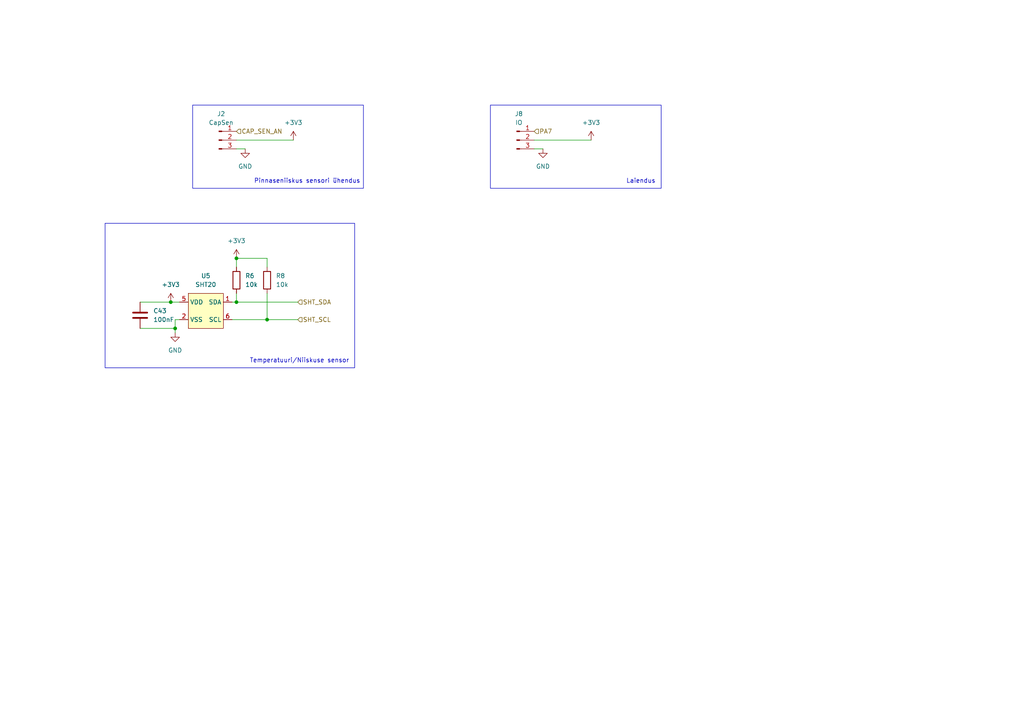
<source format=kicad_sch>
(kicad_sch (version 20231120) (generator "eeschema") (generator_version "8.0")
  (paper "A4")
  (title_block (title "Sensorid"))
  (lib_symbols
    (symbol "Connector:Conn_01x03_Pin" (pin_names (offset 1.016) hide)
      (property "Reference" "J" (at 0 5.08 0))
      (property "Value" "Conn_01x03_Pin" (at 0 -5.08 0))
      (symbol "Conn_01x03_Pin_1_1"
        (polyline (pts (xy 1.27 -2.54) (xy 0.8636 -2.54)) (stroke (width 0.1524)))
        (polyline (pts (xy 1.27 0) (xy 0.8636 0)) (stroke (width 0.1524)))
        (polyline (pts (xy 1.27 2.54) (xy 0.8636 2.54)) (stroke (width 0.1524)))
        (rectangle (start 0.8636 -2.413) (end 0 -2.667) (stroke (width 0.1524)) (fill (type outline)))
        (rectangle (start 0.8636 0.127) (end 0 -0.127) (stroke (width 0.1524)) (fill (type outline)))
        (rectangle (start 0.8636 2.667) (end 0 2.413) (stroke (width 0.1524)) (fill (type outline)))
        (pin passive line (at 5.08 2.54 180) (length 3.81) (name "Pin_1") (number "1"))
        (pin passive line (at 5.08 0 180) (length 3.81) (name "Pin_2") (number "2"))
        (pin passive line (at 5.08 -2.54 180) (length 3.81) (name "Pin_3") (number "3"))
      )
    )
    (symbol "Device:C" (pin_numbers hide) (pin_names (offset 0.254))
      (property "Reference" "C" (at 0.635 2.54 0))
      (property "Value" "C" (at 0.635 -2.54 0))
      (symbol "C_0_1"
        (polyline (pts (xy -2.032 -0.762) (xy 2.032 -0.762)) (stroke (width 0.508)))
        (polyline (pts (xy -2.032 0.762) (xy 2.032 0.762)) (stroke (width 0.508)))
      )
      (symbol "C_1_1"
        (pin passive line (at 0 3.81 270) (length 2.794) (name "~") (number "1"))
        (pin passive line (at 0 -3.81 90) (length 2.794) (name "~") (number "2"))
      )
    )
    (symbol "Device:R" (pin_numbers hide) (pin_names (offset 0))
      (property "Reference" "R" (at 2.032 0 90))
      (property "Value" "R" (at 0 0 90))
      (symbol "R_0_1"
        (rectangle (start -1.016 -2.54) (end 1.016 2.54) (stroke (width 0.254)))
      )
      (symbol "R_1_1"
        (pin passive line (at 0 3.81 270) (length 1.27) (name "~") (number "1"))
        (pin passive line (at 0 -3.81 90) (length 1.27) (name "~") (number "2"))
      )
    )
    (symbol "custom_library:SHT20"
      (property "Reference" "U" (at 1.27 10.16 0))
      (property "Value" "SHT20" (at 1.27 7.62 0))
      (symbol "SHT20_1_1"
        (rectangle (start -3.81 6.35) (end 6.35 -3.81) (fill (type background)))
        (pin input line (at 8.89 3.81 180) (length 2.54) (name "SDA") (number "1"))
        (pin input line (at -6.35 -1.27 0) (length 2.54) (name "VSS") (number "2"))
        (pin no_connect line (at 0 -6.35 90) (length 2.54) hide (name "NC") (number "3"))
        (pin no_connect line (at 2.54 -6.35 90) (length 2.54) hide (name "NC") (number "4"))
        (pin input line (at -6.35 3.81 0) (length 2.54) (name "VDD") (number "5"))
        (pin input line (at 8.89 -1.27 180) (length 2.54) (name "SCL") (number "6"))
      )
    )
    (symbol "power:+3V3" (power) (pin_names (offset 0))
      (property "Value" "+3V3" (at 0 3.556 0))
      (symbol "+3V3_0_1"
        (polyline (pts (xy -0.762 1.27) (xy 0 2.54)))
        (polyline (pts (xy 0 0) (xy 0 2.54)))
        (polyline (pts (xy 0 2.54) (xy 0.762 1.27)))
      )
      (symbol "+3V3_1_1"
        (pin power_in line (at 0 0 90) (length 0) hide (name "+3V3") (number "1"))
      )
    )
    (symbol "power:GND" (power) (pin_names (offset 0))
      (property "Value" "GND" (at 0 -3.81 0))
      (symbol "GND_0_1"
        (polyline (pts (xy 0 0) (xy 0 -1.27) (xy 1.27 -1.27) (xy 0 -2.54) (xy -1.27 -1.27) (xy 0 -1.27)))
      )
      (symbol "GND_1_1"
        (pin power_in line (at 0 0 270) (length 0) hide (name "GND") (number "1"))
      )
    )
  )
  (junction (at 68.58 87.63))
  (junction (at 49.53 87.63))
  (junction (at 50.8 95.25))
  (junction (at 68.58 74.93))
  (junction (at 77.47 92.71))
  (wire (pts (xy 40.64 95.25) (xy 50.8 95.25)))
  (wire (pts (xy 77.47 85.09) (xy 77.47 92.71)))
  (wire (pts (xy 77.47 77.47) (xy 77.47 74.93)))
  (wire (pts (xy 40.64 87.63) (xy 49.53 87.63)))
  (wire (pts (xy 77.47 92.71) (xy 86.36 92.71)))
  (wire (pts (xy 50.8 92.71) (xy 52.07 92.71)))
  (wire (pts (xy 68.58 87.63) (xy 68.58 85.09)))
  (wire (pts (xy 68.58 87.63) (xy 86.36 87.63)))
  (wire (pts (xy 71.12 43.18) (xy 68.58 43.18)))
  (wire (pts (xy 67.31 92.71) (xy 77.47 92.71)))
  (wire (pts (xy 67.31 87.63) (xy 68.58 87.63)))
  (wire (pts (xy 68.58 74.93) (xy 77.47 74.93)))
  (wire (pts (xy 50.8 96.52) (xy 50.8 95.25)))
  (wire (pts (xy 157.48 43.18) (xy 154.94 43.18)))
  (wire (pts (xy 154.94 40.64) (xy 171.45 40.64)))
  (wire (pts (xy 68.58 74.93) (xy 68.58 77.47)))
  (wire (pts (xy 49.53 87.63) (xy 52.07 87.63)))
  (wire (pts (xy 50.8 95.25) (xy 50.8 92.71)))
  (wire (pts (xy 68.58 40.64) (xy 85.09 40.64)))
  (rectangle (start 55.88 30.48) (end 105.41 54.61))
  (rectangle (start 142.24 30.48) (end 191.77 54.61))
  (rectangle (start 30.48 64.77) (end 102.87 106.68))
  (text "Pinnaseniiskus sensori ühendus" (at 73.66 53.34 0) (effects (font (size 1.27 1.27)) (justify left bottom)))
  (text "Temperatuuri/Niiskuse sensor\n" (at 72.39 105.41 0) (effects (font (size 1.27 1.27)) (justify left bottom)))
  (text "Laiendus" (at 181.61 53.34 0) (effects (font (size 1.27 1.27)) (justify left bottom)))
  (hierarchical_label "SHT_SDA" (shape input) (at 86.36 87.63 0))
  (hierarchical_label "CAP_SEN_AN" (shape input) (at 68.58 38.1 0))
  (hierarchical_label "SHT_SCL" (shape input) (at 86.36 92.71 0))
  (hierarchical_label "PA7" (shape input) (at 154.94 38.1 0))
  (symbol (lib_id "Connector:Conn_01x03_Pin") (at 63.5 40.64 0) (unit 1)
    (property "Reference" "J2" (at 64.135 33.02 0))
    (property "Value" "CapSen" (at 64.135 35.56 0))
    (property "Footprint" "Connector_JST:JST_XH_B3B-XH-A_1x03_P2.50mm_Vertical" (effects (hide yes)))
  )
  (symbol (lib_id "custom_library:SHT20") (at 58.42 91.44 0) (unit 1)
    (property "Reference" "U5" (at 59.69 80.01 0))
    (property "Value" "SHT20" (at 59.69 82.55 0))
    (property "Footprint" "custom:SHT20" (effects (hide yes)))
    (property "Datasheet" "https://www.tme.eu/Document/dc7559b9678a6ae41527392847305f19/SHT20-1.1.pdf" (effects (hide yes)))
  )
  (symbol (lib_id "power:+3V3") (at 68.58 74.93 0) (unit 1)
    (property "Reference" "#PWR039" (effects (hide yes)))
    (property "Value" "+3V3" (at 68.58 69.85 0))
  )
  (symbol (lib_id "power:GND") (at 157.48 43.18 0) (unit 1)
    (property "Reference" "#PWR048" (effects (hide yes)))
    (property "Value" "GND" (at 157.48 48.26 0))
  )
  (symbol (lib_id "power:+3V3") (at 85.09 40.64 0) (unit 1)
    (property "Reference" "#PWR036" (effects (hide yes)))
    (property "Value" "+3V3" (at 85.09 35.56 0))
  )
  (symbol (lib_id "power:+3V3") (at 49.53 87.63 0) (unit 1)
    (property "Reference" "#PWR037" (effects (hide yes)))
    (property "Value" "+3V3" (at 49.53 82.55 0))
  )
  (symbol (lib_id "Device:R") (at 68.58 81.28 0) (unit 1)
    (property "Reference" "R6" (at 71.12 80.01 0) (effects (justify left)))
    (property "Value" "10k" (at 71.12 82.55 0) (effects (justify left)))
    (property "Footprint" "Resistor_SMD:R_0603_1608Metric_Pad0.98x0.95mm_HandSolder" (effects (hide yes)))
  )
  (symbol (lib_id "Device:C") (at 40.64 91.44 180) (unit 1)
    (property "Reference" "C43" (at 44.45 90.17 0) (effects (justify right)))
    (property "Value" "100nF" (at 44.45 92.71 0) (effects (justify right)))
    (property "Footprint" "Capacitor_SMD:C_0603_1608Metric_Pad1.08x0.95mm_HandSolder" (effects (hide yes)))
  )
  (symbol (lib_id "Connector:Conn_01x03_Pin") (at 149.86 40.64 0) (unit 1)
    (property "Reference" "J8" (at 150.495 33.02 0))
    (property "Value" "IO" (at 150.495 35.56 0))
    (property "Footprint" "Connector_JST:JST_XH_B3B-XH-A_1x03_P2.50mm_Vertical" (effects (hide yes)))
  )
  (symbol (lib_id "power:GND") (at 71.12 43.18 0) (unit 1)
    (property "Reference" "#PWR035" (effects (hide yes)))
    (property "Value" "GND" (at 71.12 48.26 0))
  )
  (symbol (lib_id "Device:R") (at 77.47 81.28 0) (unit 1)
    (property "Reference" "R8" (at 80.01 80.01 0) (effects (justify left)))
    (property "Value" "10k" (at 80.01 82.55 0) (effects (justify left)))
    (property "Footprint" "Resistor_SMD:R_0603_1608Metric_Pad0.98x0.95mm_HandSolder" (effects (hide yes)))
  )
  (symbol (lib_id "power:GND") (at 50.8 96.52 0) (unit 1)
    (property "Reference" "#PWR038" (effects (hide yes)))
    (property "Value" "GND" (at 50.8 101.6 0))
  )
  (symbol (lib_id "power:+3V3") (at 171.45 40.64 0) (unit 1)
    (property "Reference" "#PWR049" (effects (hide yes)))
    (property "Value" "+3V3" (at 171.45 35.56 0))
  )
)
</source>
